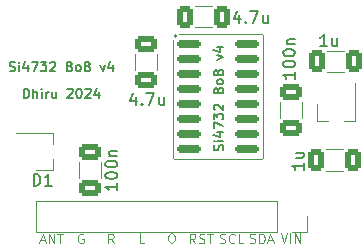
<source format=gbr>
%TF.GenerationSoftware,KiCad,Pcbnew,8.0.0~rc2-1e5b68cb87~176~ubuntu22.04.1*%
%TF.CreationDate,2024-02-07T10:24:23+05:30*%
%TF.ProjectId,BoB,426f422e-6b69-4636-9164-5f7063625858,rev?*%
%TF.SameCoordinates,Original*%
%TF.FileFunction,Legend,Top*%
%TF.FilePolarity,Positive*%
%FSLAX46Y46*%
G04 Gerber Fmt 4.6, Leading zero omitted, Abs format (unit mm)*
G04 Created by KiCad (PCBNEW 8.0.0~rc2-1e5b68cb87~176~ubuntu22.04.1) date 2024-02-07 10:24:23*
%MOMM*%
%LPD*%
G01*
G04 APERTURE LIST*
G04 Aperture macros list*
%AMRoundRect*
0 Rectangle with rounded corners*
0 $1 Rounding radius*
0 $2 $3 $4 $5 $6 $7 $8 $9 X,Y pos of 4 corners*
0 Add a 4 corners polygon primitive as box body*
4,1,4,$2,$3,$4,$5,$6,$7,$8,$9,$2,$3,0*
0 Add four circle primitives for the rounded corners*
1,1,$1+$1,$2,$3*
1,1,$1+$1,$4,$5*
1,1,$1+$1,$6,$7*
1,1,$1+$1,$8,$9*
0 Add four rect primitives between the rounded corners*
20,1,$1+$1,$2,$3,$4,$5,0*
20,1,$1+$1,$4,$5,$6,$7,0*
20,1,$1+$1,$6,$7,$8,$9,0*
20,1,$1+$1,$8,$9,$2,$3,0*%
G04 Aperture macros list end*
%ADD10C,0.120000*%
%ADD11C,0.152400*%
%ADD12C,0.150000*%
%ADD13C,0.200000*%
%ADD14RoundRect,0.250000X-0.650000X0.412500X-0.650000X-0.412500X0.650000X-0.412500X0.650000X0.412500X0*%
%ADD15RoundRect,0.250000X0.412500X0.650000X-0.412500X0.650000X-0.412500X-0.650000X0.412500X-0.650000X0*%
%ADD16C,0.700000*%
%ADD17C,4.400000*%
%ADD18RoundRect,0.250000X0.650000X-0.412500X0.650000X0.412500X-0.650000X0.412500X-0.650000X-0.412500X0*%
%ADD19RoundRect,0.250000X-0.412500X-0.650000X0.412500X-0.650000X0.412500X0.650000X-0.412500X0.650000X0*%
%ADD20R,0.800000X1.900000*%
%ADD21R,1.700000X1.700000*%
%ADD22O,1.700000X1.700000*%
%ADD23R,1.900000X0.800000*%
%ADD24RoundRect,0.150000X-0.825000X-0.150000X0.825000X-0.150000X0.825000X0.150000X-0.825000X0.150000X0*%
G04 APERTURE END LIST*
D10*
X77548571Y-78235760D02*
X77662857Y-78273855D01*
X77662857Y-78273855D02*
X77853333Y-78273855D01*
X77853333Y-78273855D02*
X77929524Y-78235760D01*
X77929524Y-78235760D02*
X77967619Y-78197664D01*
X77967619Y-78197664D02*
X78005714Y-78121474D01*
X78005714Y-78121474D02*
X78005714Y-78045283D01*
X78005714Y-78045283D02*
X77967619Y-77969093D01*
X77967619Y-77969093D02*
X77929524Y-77930998D01*
X77929524Y-77930998D02*
X77853333Y-77892902D01*
X77853333Y-77892902D02*
X77700952Y-77854807D01*
X77700952Y-77854807D02*
X77624762Y-77816712D01*
X77624762Y-77816712D02*
X77586667Y-77778617D01*
X77586667Y-77778617D02*
X77548571Y-77702426D01*
X77548571Y-77702426D02*
X77548571Y-77626236D01*
X77548571Y-77626236D02*
X77586667Y-77550045D01*
X77586667Y-77550045D02*
X77624762Y-77511950D01*
X77624762Y-77511950D02*
X77700952Y-77473855D01*
X77700952Y-77473855D02*
X77891429Y-77473855D01*
X77891429Y-77473855D02*
X78005714Y-77511950D01*
X78348572Y-78273855D02*
X78348572Y-77473855D01*
X78348572Y-77473855D02*
X78539048Y-77473855D01*
X78539048Y-77473855D02*
X78653334Y-77511950D01*
X78653334Y-77511950D02*
X78729524Y-77588140D01*
X78729524Y-77588140D02*
X78767619Y-77664331D01*
X78767619Y-77664331D02*
X78805715Y-77816712D01*
X78805715Y-77816712D02*
X78805715Y-77930998D01*
X78805715Y-77930998D02*
X78767619Y-78083379D01*
X78767619Y-78083379D02*
X78729524Y-78159569D01*
X78729524Y-78159569D02*
X78653334Y-78235760D01*
X78653334Y-78235760D02*
X78539048Y-78273855D01*
X78539048Y-78273855D02*
X78348572Y-78273855D01*
X79110476Y-78045283D02*
X79491429Y-78045283D01*
X79034286Y-78273855D02*
X79300953Y-77473855D01*
X79300953Y-77473855D02*
X79567619Y-78273855D01*
D11*
X75254075Y-70440001D02*
X75292170Y-70325715D01*
X75292170Y-70325715D02*
X75292170Y-70135239D01*
X75292170Y-70135239D02*
X75254075Y-70059048D01*
X75254075Y-70059048D02*
X75215979Y-70020953D01*
X75215979Y-70020953D02*
X75139789Y-69982858D01*
X75139789Y-69982858D02*
X75063598Y-69982858D01*
X75063598Y-69982858D02*
X74987408Y-70020953D01*
X74987408Y-70020953D02*
X74949313Y-70059048D01*
X74949313Y-70059048D02*
X74911217Y-70135239D01*
X74911217Y-70135239D02*
X74873122Y-70287620D01*
X74873122Y-70287620D02*
X74835027Y-70363810D01*
X74835027Y-70363810D02*
X74796932Y-70401905D01*
X74796932Y-70401905D02*
X74720741Y-70440001D01*
X74720741Y-70440001D02*
X74644551Y-70440001D01*
X74644551Y-70440001D02*
X74568360Y-70401905D01*
X74568360Y-70401905D02*
X74530265Y-70363810D01*
X74530265Y-70363810D02*
X74492170Y-70287620D01*
X74492170Y-70287620D02*
X74492170Y-70097143D01*
X74492170Y-70097143D02*
X74530265Y-69982858D01*
X75292170Y-69640000D02*
X74758836Y-69640000D01*
X74492170Y-69640000D02*
X74530265Y-69678096D01*
X74530265Y-69678096D02*
X74568360Y-69640000D01*
X74568360Y-69640000D02*
X74530265Y-69601905D01*
X74530265Y-69601905D02*
X74492170Y-69640000D01*
X74492170Y-69640000D02*
X74568360Y-69640000D01*
X74758836Y-68916191D02*
X75292170Y-68916191D01*
X74454075Y-69106667D02*
X75025503Y-69297144D01*
X75025503Y-69297144D02*
X75025503Y-68801905D01*
X74492170Y-68573334D02*
X74492170Y-68040000D01*
X74492170Y-68040000D02*
X75292170Y-68382858D01*
X74492170Y-67811429D02*
X74492170Y-67316191D01*
X74492170Y-67316191D02*
X74796932Y-67582857D01*
X74796932Y-67582857D02*
X74796932Y-67468572D01*
X74796932Y-67468572D02*
X74835027Y-67392381D01*
X74835027Y-67392381D02*
X74873122Y-67354286D01*
X74873122Y-67354286D02*
X74949313Y-67316191D01*
X74949313Y-67316191D02*
X75139789Y-67316191D01*
X75139789Y-67316191D02*
X75215979Y-67354286D01*
X75215979Y-67354286D02*
X75254075Y-67392381D01*
X75254075Y-67392381D02*
X75292170Y-67468572D01*
X75292170Y-67468572D02*
X75292170Y-67697143D01*
X75292170Y-67697143D02*
X75254075Y-67773334D01*
X75254075Y-67773334D02*
X75215979Y-67811429D01*
X74568360Y-67011429D02*
X74530265Y-66973333D01*
X74530265Y-66973333D02*
X74492170Y-66897143D01*
X74492170Y-66897143D02*
X74492170Y-66706667D01*
X74492170Y-66706667D02*
X74530265Y-66630476D01*
X74530265Y-66630476D02*
X74568360Y-66592381D01*
X74568360Y-66592381D02*
X74644551Y-66554286D01*
X74644551Y-66554286D02*
X74720741Y-66554286D01*
X74720741Y-66554286D02*
X74835027Y-66592381D01*
X74835027Y-66592381D02*
X75292170Y-67049524D01*
X75292170Y-67049524D02*
X75292170Y-66554286D01*
X74873122Y-65335238D02*
X74911217Y-65220952D01*
X74911217Y-65220952D02*
X74949313Y-65182857D01*
X74949313Y-65182857D02*
X75025503Y-65144761D01*
X75025503Y-65144761D02*
X75139789Y-65144761D01*
X75139789Y-65144761D02*
X75215979Y-65182857D01*
X75215979Y-65182857D02*
X75254075Y-65220952D01*
X75254075Y-65220952D02*
X75292170Y-65297142D01*
X75292170Y-65297142D02*
X75292170Y-65601904D01*
X75292170Y-65601904D02*
X74492170Y-65601904D01*
X74492170Y-65601904D02*
X74492170Y-65335238D01*
X74492170Y-65335238D02*
X74530265Y-65259047D01*
X74530265Y-65259047D02*
X74568360Y-65220952D01*
X74568360Y-65220952D02*
X74644551Y-65182857D01*
X74644551Y-65182857D02*
X74720741Y-65182857D01*
X74720741Y-65182857D02*
X74796932Y-65220952D01*
X74796932Y-65220952D02*
X74835027Y-65259047D01*
X74835027Y-65259047D02*
X74873122Y-65335238D01*
X74873122Y-65335238D02*
X74873122Y-65601904D01*
X75292170Y-64687619D02*
X75254075Y-64763809D01*
X75254075Y-64763809D02*
X75215979Y-64801904D01*
X75215979Y-64801904D02*
X75139789Y-64840000D01*
X75139789Y-64840000D02*
X74911217Y-64840000D01*
X74911217Y-64840000D02*
X74835027Y-64801904D01*
X74835027Y-64801904D02*
X74796932Y-64763809D01*
X74796932Y-64763809D02*
X74758836Y-64687619D01*
X74758836Y-64687619D02*
X74758836Y-64573333D01*
X74758836Y-64573333D02*
X74796932Y-64497142D01*
X74796932Y-64497142D02*
X74835027Y-64459047D01*
X74835027Y-64459047D02*
X74911217Y-64420952D01*
X74911217Y-64420952D02*
X75139789Y-64420952D01*
X75139789Y-64420952D02*
X75215979Y-64459047D01*
X75215979Y-64459047D02*
X75254075Y-64497142D01*
X75254075Y-64497142D02*
X75292170Y-64573333D01*
X75292170Y-64573333D02*
X75292170Y-64687619D01*
X74873122Y-63811428D02*
X74911217Y-63697142D01*
X74911217Y-63697142D02*
X74949313Y-63659047D01*
X74949313Y-63659047D02*
X75025503Y-63620951D01*
X75025503Y-63620951D02*
X75139789Y-63620951D01*
X75139789Y-63620951D02*
X75215979Y-63659047D01*
X75215979Y-63659047D02*
X75254075Y-63697142D01*
X75254075Y-63697142D02*
X75292170Y-63773332D01*
X75292170Y-63773332D02*
X75292170Y-64078094D01*
X75292170Y-64078094D02*
X74492170Y-64078094D01*
X74492170Y-64078094D02*
X74492170Y-63811428D01*
X74492170Y-63811428D02*
X74530265Y-63735237D01*
X74530265Y-63735237D02*
X74568360Y-63697142D01*
X74568360Y-63697142D02*
X74644551Y-63659047D01*
X74644551Y-63659047D02*
X74720741Y-63659047D01*
X74720741Y-63659047D02*
X74796932Y-63697142D01*
X74796932Y-63697142D02*
X74835027Y-63735237D01*
X74835027Y-63735237D02*
X74873122Y-63811428D01*
X74873122Y-63811428D02*
X74873122Y-64078094D01*
X74758836Y-62744761D02*
X75292170Y-62554285D01*
X75292170Y-62554285D02*
X74758836Y-62363808D01*
X74758836Y-61716189D02*
X75292170Y-61716189D01*
X74454075Y-61906665D02*
X75025503Y-62097142D01*
X75025503Y-62097142D02*
X75025503Y-61601903D01*
D10*
X68617619Y-78263855D02*
X68236667Y-78263855D01*
X68236667Y-78263855D02*
X68236667Y-77463855D01*
X63449523Y-77541950D02*
X63373333Y-77503855D01*
X63373333Y-77503855D02*
X63259047Y-77503855D01*
X63259047Y-77503855D02*
X63144761Y-77541950D01*
X63144761Y-77541950D02*
X63068571Y-77618140D01*
X63068571Y-77618140D02*
X63030476Y-77694331D01*
X63030476Y-77694331D02*
X62992380Y-77846712D01*
X62992380Y-77846712D02*
X62992380Y-77960998D01*
X62992380Y-77960998D02*
X63030476Y-78113379D01*
X63030476Y-78113379D02*
X63068571Y-78189569D01*
X63068571Y-78189569D02*
X63144761Y-78265760D01*
X63144761Y-78265760D02*
X63259047Y-78303855D01*
X63259047Y-78303855D02*
X63335238Y-78303855D01*
X63335238Y-78303855D02*
X63449523Y-78265760D01*
X63449523Y-78265760D02*
X63487619Y-78227664D01*
X63487619Y-78227664D02*
X63487619Y-77960998D01*
X63487619Y-77960998D02*
X63335238Y-77960998D01*
X72951905Y-78293855D02*
X72685238Y-77912902D01*
X72494762Y-78293855D02*
X72494762Y-77493855D01*
X72494762Y-77493855D02*
X72799524Y-77493855D01*
X72799524Y-77493855D02*
X72875714Y-77531950D01*
X72875714Y-77531950D02*
X72913809Y-77570045D01*
X72913809Y-77570045D02*
X72951905Y-77646236D01*
X72951905Y-77646236D02*
X72951905Y-77760521D01*
X72951905Y-77760521D02*
X72913809Y-77836712D01*
X72913809Y-77836712D02*
X72875714Y-77874807D01*
X72875714Y-77874807D02*
X72799524Y-77912902D01*
X72799524Y-77912902D02*
X72494762Y-77912902D01*
X73256666Y-78255760D02*
X73370952Y-78293855D01*
X73370952Y-78293855D02*
X73561428Y-78293855D01*
X73561428Y-78293855D02*
X73637619Y-78255760D01*
X73637619Y-78255760D02*
X73675714Y-78217664D01*
X73675714Y-78217664D02*
X73713809Y-78141474D01*
X73713809Y-78141474D02*
X73713809Y-78065283D01*
X73713809Y-78065283D02*
X73675714Y-77989093D01*
X73675714Y-77989093D02*
X73637619Y-77950998D01*
X73637619Y-77950998D02*
X73561428Y-77912902D01*
X73561428Y-77912902D02*
X73409047Y-77874807D01*
X73409047Y-77874807D02*
X73332857Y-77836712D01*
X73332857Y-77836712D02*
X73294762Y-77798617D01*
X73294762Y-77798617D02*
X73256666Y-77722426D01*
X73256666Y-77722426D02*
X73256666Y-77646236D01*
X73256666Y-77646236D02*
X73294762Y-77570045D01*
X73294762Y-77570045D02*
X73332857Y-77531950D01*
X73332857Y-77531950D02*
X73409047Y-77493855D01*
X73409047Y-77493855D02*
X73599524Y-77493855D01*
X73599524Y-77493855D02*
X73713809Y-77531950D01*
X73942381Y-77493855D02*
X74399524Y-77493855D01*
X74170952Y-78293855D02*
X74170952Y-77493855D01*
X66027619Y-78293855D02*
X65760952Y-77912902D01*
X65570476Y-78293855D02*
X65570476Y-77493855D01*
X65570476Y-77493855D02*
X65875238Y-77493855D01*
X65875238Y-77493855D02*
X65951428Y-77531950D01*
X65951428Y-77531950D02*
X65989523Y-77570045D01*
X65989523Y-77570045D02*
X66027619Y-77646236D01*
X66027619Y-77646236D02*
X66027619Y-77760521D01*
X66027619Y-77760521D02*
X65989523Y-77836712D01*
X65989523Y-77836712D02*
X65951428Y-77874807D01*
X65951428Y-77874807D02*
X65875238Y-77912902D01*
X65875238Y-77912902D02*
X65570476Y-77912902D01*
X59815714Y-78065283D02*
X60196667Y-78065283D01*
X59739524Y-78293855D02*
X60006191Y-77493855D01*
X60006191Y-77493855D02*
X60272857Y-78293855D01*
X60539524Y-78293855D02*
X60539524Y-77493855D01*
X60539524Y-77493855D02*
X60996667Y-78293855D01*
X60996667Y-78293855D02*
X60996667Y-77493855D01*
X61263333Y-77493855D02*
X61720476Y-77493855D01*
X61491904Y-78293855D02*
X61491904Y-77493855D01*
X70843810Y-77463855D02*
X70996191Y-77463855D01*
X70996191Y-77463855D02*
X71072381Y-77501950D01*
X71072381Y-77501950D02*
X71148572Y-77578140D01*
X71148572Y-77578140D02*
X71186667Y-77730521D01*
X71186667Y-77730521D02*
X71186667Y-77997188D01*
X71186667Y-77997188D02*
X71148572Y-78149569D01*
X71148572Y-78149569D02*
X71072381Y-78225760D01*
X71072381Y-78225760D02*
X70996191Y-78263855D01*
X70996191Y-78263855D02*
X70843810Y-78263855D01*
X70843810Y-78263855D02*
X70767619Y-78225760D01*
X70767619Y-78225760D02*
X70691429Y-78149569D01*
X70691429Y-78149569D02*
X70653333Y-77997188D01*
X70653333Y-77997188D02*
X70653333Y-77730521D01*
X70653333Y-77730521D02*
X70691429Y-77578140D01*
X70691429Y-77578140D02*
X70767619Y-77501950D01*
X70767619Y-77501950D02*
X70843810Y-77463855D01*
X75007618Y-78255760D02*
X75121904Y-78293855D01*
X75121904Y-78293855D02*
X75312380Y-78293855D01*
X75312380Y-78293855D02*
X75388571Y-78255760D01*
X75388571Y-78255760D02*
X75426666Y-78217664D01*
X75426666Y-78217664D02*
X75464761Y-78141474D01*
X75464761Y-78141474D02*
X75464761Y-78065283D01*
X75464761Y-78065283D02*
X75426666Y-77989093D01*
X75426666Y-77989093D02*
X75388571Y-77950998D01*
X75388571Y-77950998D02*
X75312380Y-77912902D01*
X75312380Y-77912902D02*
X75159999Y-77874807D01*
X75159999Y-77874807D02*
X75083809Y-77836712D01*
X75083809Y-77836712D02*
X75045714Y-77798617D01*
X75045714Y-77798617D02*
X75007618Y-77722426D01*
X75007618Y-77722426D02*
X75007618Y-77646236D01*
X75007618Y-77646236D02*
X75045714Y-77570045D01*
X75045714Y-77570045D02*
X75083809Y-77531950D01*
X75083809Y-77531950D02*
X75159999Y-77493855D01*
X75159999Y-77493855D02*
X75350476Y-77493855D01*
X75350476Y-77493855D02*
X75464761Y-77531950D01*
X76264762Y-78217664D02*
X76226666Y-78255760D01*
X76226666Y-78255760D02*
X76112381Y-78293855D01*
X76112381Y-78293855D02*
X76036190Y-78293855D01*
X76036190Y-78293855D02*
X75921904Y-78255760D01*
X75921904Y-78255760D02*
X75845714Y-78179569D01*
X75845714Y-78179569D02*
X75807619Y-78103379D01*
X75807619Y-78103379D02*
X75769523Y-77950998D01*
X75769523Y-77950998D02*
X75769523Y-77836712D01*
X75769523Y-77836712D02*
X75807619Y-77684331D01*
X75807619Y-77684331D02*
X75845714Y-77608140D01*
X75845714Y-77608140D02*
X75921904Y-77531950D01*
X75921904Y-77531950D02*
X76036190Y-77493855D01*
X76036190Y-77493855D02*
X76112381Y-77493855D01*
X76112381Y-77493855D02*
X76226666Y-77531950D01*
X76226666Y-77531950D02*
X76264762Y-77570045D01*
X76988571Y-78293855D02*
X76607619Y-78293855D01*
X76607619Y-78293855D02*
X76607619Y-77493855D01*
D11*
X57209998Y-63684075D02*
X57324284Y-63722170D01*
X57324284Y-63722170D02*
X57514760Y-63722170D01*
X57514760Y-63722170D02*
X57590951Y-63684075D01*
X57590951Y-63684075D02*
X57629046Y-63645979D01*
X57629046Y-63645979D02*
X57667141Y-63569789D01*
X57667141Y-63569789D02*
X57667141Y-63493598D01*
X57667141Y-63493598D02*
X57629046Y-63417408D01*
X57629046Y-63417408D02*
X57590951Y-63379313D01*
X57590951Y-63379313D02*
X57514760Y-63341217D01*
X57514760Y-63341217D02*
X57362379Y-63303122D01*
X57362379Y-63303122D02*
X57286189Y-63265027D01*
X57286189Y-63265027D02*
X57248094Y-63226932D01*
X57248094Y-63226932D02*
X57209998Y-63150741D01*
X57209998Y-63150741D02*
X57209998Y-63074551D01*
X57209998Y-63074551D02*
X57248094Y-62998360D01*
X57248094Y-62998360D02*
X57286189Y-62960265D01*
X57286189Y-62960265D02*
X57362379Y-62922170D01*
X57362379Y-62922170D02*
X57552856Y-62922170D01*
X57552856Y-62922170D02*
X57667141Y-62960265D01*
X58009999Y-63722170D02*
X58009999Y-63188836D01*
X58009999Y-62922170D02*
X57971903Y-62960265D01*
X57971903Y-62960265D02*
X58009999Y-62998360D01*
X58009999Y-62998360D02*
X58048094Y-62960265D01*
X58048094Y-62960265D02*
X58009999Y-62922170D01*
X58009999Y-62922170D02*
X58009999Y-62998360D01*
X58733808Y-63188836D02*
X58733808Y-63722170D01*
X58543332Y-62884075D02*
X58352855Y-63455503D01*
X58352855Y-63455503D02*
X58848094Y-63455503D01*
X59076665Y-62922170D02*
X59609999Y-62922170D01*
X59609999Y-62922170D02*
X59267141Y-63722170D01*
X59838570Y-62922170D02*
X60333808Y-62922170D01*
X60333808Y-62922170D02*
X60067142Y-63226932D01*
X60067142Y-63226932D02*
X60181427Y-63226932D01*
X60181427Y-63226932D02*
X60257618Y-63265027D01*
X60257618Y-63265027D02*
X60295713Y-63303122D01*
X60295713Y-63303122D02*
X60333808Y-63379313D01*
X60333808Y-63379313D02*
X60333808Y-63569789D01*
X60333808Y-63569789D02*
X60295713Y-63645979D01*
X60295713Y-63645979D02*
X60257618Y-63684075D01*
X60257618Y-63684075D02*
X60181427Y-63722170D01*
X60181427Y-63722170D02*
X59952856Y-63722170D01*
X59952856Y-63722170D02*
X59876665Y-63684075D01*
X59876665Y-63684075D02*
X59838570Y-63645979D01*
X60638570Y-62998360D02*
X60676666Y-62960265D01*
X60676666Y-62960265D02*
X60752856Y-62922170D01*
X60752856Y-62922170D02*
X60943332Y-62922170D01*
X60943332Y-62922170D02*
X61019523Y-62960265D01*
X61019523Y-62960265D02*
X61057618Y-62998360D01*
X61057618Y-62998360D02*
X61095713Y-63074551D01*
X61095713Y-63074551D02*
X61095713Y-63150741D01*
X61095713Y-63150741D02*
X61057618Y-63265027D01*
X61057618Y-63265027D02*
X60600475Y-63722170D01*
X60600475Y-63722170D02*
X61095713Y-63722170D01*
X62314761Y-63303122D02*
X62429047Y-63341217D01*
X62429047Y-63341217D02*
X62467142Y-63379313D01*
X62467142Y-63379313D02*
X62505238Y-63455503D01*
X62505238Y-63455503D02*
X62505238Y-63569789D01*
X62505238Y-63569789D02*
X62467142Y-63645979D01*
X62467142Y-63645979D02*
X62429047Y-63684075D01*
X62429047Y-63684075D02*
X62352857Y-63722170D01*
X62352857Y-63722170D02*
X62048095Y-63722170D01*
X62048095Y-63722170D02*
X62048095Y-62922170D01*
X62048095Y-62922170D02*
X62314761Y-62922170D01*
X62314761Y-62922170D02*
X62390952Y-62960265D01*
X62390952Y-62960265D02*
X62429047Y-62998360D01*
X62429047Y-62998360D02*
X62467142Y-63074551D01*
X62467142Y-63074551D02*
X62467142Y-63150741D01*
X62467142Y-63150741D02*
X62429047Y-63226932D01*
X62429047Y-63226932D02*
X62390952Y-63265027D01*
X62390952Y-63265027D02*
X62314761Y-63303122D01*
X62314761Y-63303122D02*
X62048095Y-63303122D01*
X62962380Y-63722170D02*
X62886190Y-63684075D01*
X62886190Y-63684075D02*
X62848095Y-63645979D01*
X62848095Y-63645979D02*
X62809999Y-63569789D01*
X62809999Y-63569789D02*
X62809999Y-63341217D01*
X62809999Y-63341217D02*
X62848095Y-63265027D01*
X62848095Y-63265027D02*
X62886190Y-63226932D01*
X62886190Y-63226932D02*
X62962380Y-63188836D01*
X62962380Y-63188836D02*
X63076666Y-63188836D01*
X63076666Y-63188836D02*
X63152857Y-63226932D01*
X63152857Y-63226932D02*
X63190952Y-63265027D01*
X63190952Y-63265027D02*
X63229047Y-63341217D01*
X63229047Y-63341217D02*
X63229047Y-63569789D01*
X63229047Y-63569789D02*
X63190952Y-63645979D01*
X63190952Y-63645979D02*
X63152857Y-63684075D01*
X63152857Y-63684075D02*
X63076666Y-63722170D01*
X63076666Y-63722170D02*
X62962380Y-63722170D01*
X63838571Y-63303122D02*
X63952857Y-63341217D01*
X63952857Y-63341217D02*
X63990952Y-63379313D01*
X63990952Y-63379313D02*
X64029048Y-63455503D01*
X64029048Y-63455503D02*
X64029048Y-63569789D01*
X64029048Y-63569789D02*
X63990952Y-63645979D01*
X63990952Y-63645979D02*
X63952857Y-63684075D01*
X63952857Y-63684075D02*
X63876667Y-63722170D01*
X63876667Y-63722170D02*
X63571905Y-63722170D01*
X63571905Y-63722170D02*
X63571905Y-62922170D01*
X63571905Y-62922170D02*
X63838571Y-62922170D01*
X63838571Y-62922170D02*
X63914762Y-62960265D01*
X63914762Y-62960265D02*
X63952857Y-62998360D01*
X63952857Y-62998360D02*
X63990952Y-63074551D01*
X63990952Y-63074551D02*
X63990952Y-63150741D01*
X63990952Y-63150741D02*
X63952857Y-63226932D01*
X63952857Y-63226932D02*
X63914762Y-63265027D01*
X63914762Y-63265027D02*
X63838571Y-63303122D01*
X63838571Y-63303122D02*
X63571905Y-63303122D01*
X64905238Y-63188836D02*
X65095714Y-63722170D01*
X65095714Y-63722170D02*
X65286191Y-63188836D01*
X65933810Y-63188836D02*
X65933810Y-63722170D01*
X65743334Y-62884075D02*
X65552857Y-63455503D01*
X65552857Y-63455503D02*
X66048096Y-63455503D01*
X58409999Y-66002170D02*
X58409999Y-65202170D01*
X58409999Y-65202170D02*
X58600475Y-65202170D01*
X58600475Y-65202170D02*
X58714761Y-65240265D01*
X58714761Y-65240265D02*
X58790951Y-65316455D01*
X58790951Y-65316455D02*
X58829046Y-65392646D01*
X58829046Y-65392646D02*
X58867142Y-65545027D01*
X58867142Y-65545027D02*
X58867142Y-65659313D01*
X58867142Y-65659313D02*
X58829046Y-65811694D01*
X58829046Y-65811694D02*
X58790951Y-65887884D01*
X58790951Y-65887884D02*
X58714761Y-65964075D01*
X58714761Y-65964075D02*
X58600475Y-66002170D01*
X58600475Y-66002170D02*
X58409999Y-66002170D01*
X59209999Y-66002170D02*
X59209999Y-65202170D01*
X59552856Y-66002170D02*
X59552856Y-65583122D01*
X59552856Y-65583122D02*
X59514761Y-65506932D01*
X59514761Y-65506932D02*
X59438570Y-65468836D01*
X59438570Y-65468836D02*
X59324284Y-65468836D01*
X59324284Y-65468836D02*
X59248094Y-65506932D01*
X59248094Y-65506932D02*
X59209999Y-65545027D01*
X59933809Y-66002170D02*
X59933809Y-65468836D01*
X59933809Y-65202170D02*
X59895713Y-65240265D01*
X59895713Y-65240265D02*
X59933809Y-65278360D01*
X59933809Y-65278360D02*
X59971904Y-65240265D01*
X59971904Y-65240265D02*
X59933809Y-65202170D01*
X59933809Y-65202170D02*
X59933809Y-65278360D01*
X60314761Y-66002170D02*
X60314761Y-65468836D01*
X60314761Y-65621217D02*
X60352856Y-65545027D01*
X60352856Y-65545027D02*
X60390951Y-65506932D01*
X60390951Y-65506932D02*
X60467142Y-65468836D01*
X60467142Y-65468836D02*
X60543332Y-65468836D01*
X61152856Y-65468836D02*
X61152856Y-66002170D01*
X60809999Y-65468836D02*
X60809999Y-65887884D01*
X60809999Y-65887884D02*
X60848094Y-65964075D01*
X60848094Y-65964075D02*
X60924284Y-66002170D01*
X60924284Y-66002170D02*
X61038570Y-66002170D01*
X61038570Y-66002170D02*
X61114761Y-65964075D01*
X61114761Y-65964075D02*
X61152856Y-65925979D01*
X62105237Y-65278360D02*
X62143333Y-65240265D01*
X62143333Y-65240265D02*
X62219523Y-65202170D01*
X62219523Y-65202170D02*
X62409999Y-65202170D01*
X62409999Y-65202170D02*
X62486190Y-65240265D01*
X62486190Y-65240265D02*
X62524285Y-65278360D01*
X62524285Y-65278360D02*
X62562380Y-65354551D01*
X62562380Y-65354551D02*
X62562380Y-65430741D01*
X62562380Y-65430741D02*
X62524285Y-65545027D01*
X62524285Y-65545027D02*
X62067142Y-66002170D01*
X62067142Y-66002170D02*
X62562380Y-66002170D01*
X63057619Y-65202170D02*
X63133809Y-65202170D01*
X63133809Y-65202170D02*
X63210000Y-65240265D01*
X63210000Y-65240265D02*
X63248095Y-65278360D01*
X63248095Y-65278360D02*
X63286190Y-65354551D01*
X63286190Y-65354551D02*
X63324285Y-65506932D01*
X63324285Y-65506932D02*
X63324285Y-65697408D01*
X63324285Y-65697408D02*
X63286190Y-65849789D01*
X63286190Y-65849789D02*
X63248095Y-65925979D01*
X63248095Y-65925979D02*
X63210000Y-65964075D01*
X63210000Y-65964075D02*
X63133809Y-66002170D01*
X63133809Y-66002170D02*
X63057619Y-66002170D01*
X63057619Y-66002170D02*
X62981428Y-65964075D01*
X62981428Y-65964075D02*
X62943333Y-65925979D01*
X62943333Y-65925979D02*
X62905238Y-65849789D01*
X62905238Y-65849789D02*
X62867142Y-65697408D01*
X62867142Y-65697408D02*
X62867142Y-65506932D01*
X62867142Y-65506932D02*
X62905238Y-65354551D01*
X62905238Y-65354551D02*
X62943333Y-65278360D01*
X62943333Y-65278360D02*
X62981428Y-65240265D01*
X62981428Y-65240265D02*
X63057619Y-65202170D01*
X63629047Y-65278360D02*
X63667143Y-65240265D01*
X63667143Y-65240265D02*
X63743333Y-65202170D01*
X63743333Y-65202170D02*
X63933809Y-65202170D01*
X63933809Y-65202170D02*
X64010000Y-65240265D01*
X64010000Y-65240265D02*
X64048095Y-65278360D01*
X64048095Y-65278360D02*
X64086190Y-65354551D01*
X64086190Y-65354551D02*
X64086190Y-65430741D01*
X64086190Y-65430741D02*
X64048095Y-65545027D01*
X64048095Y-65545027D02*
X63590952Y-66002170D01*
X63590952Y-66002170D02*
X64086190Y-66002170D01*
X64771905Y-65468836D02*
X64771905Y-66002170D01*
X64581429Y-65164075D02*
X64390952Y-65735503D01*
X64390952Y-65735503D02*
X64886191Y-65735503D01*
D10*
X80163810Y-77463855D02*
X80430477Y-78263855D01*
X80430477Y-78263855D02*
X80697143Y-77463855D01*
X80963810Y-78263855D02*
X80963810Y-77463855D01*
X81344762Y-78263855D02*
X81344762Y-77463855D01*
X81344762Y-77463855D02*
X81801905Y-78263855D01*
X81801905Y-78263855D02*
X81801905Y-77463855D01*
D12*
X81364819Y-63789047D02*
X81364819Y-64360475D01*
X81364819Y-64074761D02*
X80364819Y-64074761D01*
X80364819Y-64074761D02*
X80507676Y-64169999D01*
X80507676Y-64169999D02*
X80602914Y-64265237D01*
X80602914Y-64265237D02*
X80650533Y-64360475D01*
X80364819Y-63169999D02*
X80364819Y-63074761D01*
X80364819Y-63074761D02*
X80412438Y-62979523D01*
X80412438Y-62979523D02*
X80460057Y-62931904D01*
X80460057Y-62931904D02*
X80555295Y-62884285D01*
X80555295Y-62884285D02*
X80745771Y-62836666D01*
X80745771Y-62836666D02*
X80983866Y-62836666D01*
X80983866Y-62836666D02*
X81174342Y-62884285D01*
X81174342Y-62884285D02*
X81269580Y-62931904D01*
X81269580Y-62931904D02*
X81317200Y-62979523D01*
X81317200Y-62979523D02*
X81364819Y-63074761D01*
X81364819Y-63074761D02*
X81364819Y-63169999D01*
X81364819Y-63169999D02*
X81317200Y-63265237D01*
X81317200Y-63265237D02*
X81269580Y-63312856D01*
X81269580Y-63312856D02*
X81174342Y-63360475D01*
X81174342Y-63360475D02*
X80983866Y-63408094D01*
X80983866Y-63408094D02*
X80745771Y-63408094D01*
X80745771Y-63408094D02*
X80555295Y-63360475D01*
X80555295Y-63360475D02*
X80460057Y-63312856D01*
X80460057Y-63312856D02*
X80412438Y-63265237D01*
X80412438Y-63265237D02*
X80364819Y-63169999D01*
X80364819Y-62217618D02*
X80364819Y-62122380D01*
X80364819Y-62122380D02*
X80412438Y-62027142D01*
X80412438Y-62027142D02*
X80460057Y-61979523D01*
X80460057Y-61979523D02*
X80555295Y-61931904D01*
X80555295Y-61931904D02*
X80745771Y-61884285D01*
X80745771Y-61884285D02*
X80983866Y-61884285D01*
X80983866Y-61884285D02*
X81174342Y-61931904D01*
X81174342Y-61931904D02*
X81269580Y-61979523D01*
X81269580Y-61979523D02*
X81317200Y-62027142D01*
X81317200Y-62027142D02*
X81364819Y-62122380D01*
X81364819Y-62122380D02*
X81364819Y-62217618D01*
X81364819Y-62217618D02*
X81317200Y-62312856D01*
X81317200Y-62312856D02*
X81269580Y-62360475D01*
X81269580Y-62360475D02*
X81174342Y-62408094D01*
X81174342Y-62408094D02*
X80983866Y-62455713D01*
X80983866Y-62455713D02*
X80745771Y-62455713D01*
X80745771Y-62455713D02*
X80555295Y-62408094D01*
X80555295Y-62408094D02*
X80460057Y-62360475D01*
X80460057Y-62360475D02*
X80412438Y-62312856D01*
X80412438Y-62312856D02*
X80364819Y-62217618D01*
X80698152Y-61455713D02*
X81364819Y-61455713D01*
X80793390Y-61455713D02*
X80745771Y-61408094D01*
X80745771Y-61408094D02*
X80698152Y-61312856D01*
X80698152Y-61312856D02*
X80698152Y-61169999D01*
X80698152Y-61169999D02*
X80745771Y-61074761D01*
X80745771Y-61074761D02*
X80841009Y-61027142D01*
X80841009Y-61027142D02*
X81364819Y-61027142D01*
X76673809Y-58978152D02*
X76673809Y-59644819D01*
X76435714Y-58597200D02*
X76197619Y-59311485D01*
X76197619Y-59311485D02*
X76816666Y-59311485D01*
X77197619Y-59549580D02*
X77245238Y-59597200D01*
X77245238Y-59597200D02*
X77197619Y-59644819D01*
X77197619Y-59644819D02*
X77150000Y-59597200D01*
X77150000Y-59597200D02*
X77197619Y-59549580D01*
X77197619Y-59549580D02*
X77197619Y-59644819D01*
X77578571Y-58644819D02*
X78245237Y-58644819D01*
X78245237Y-58644819D02*
X77816666Y-59644819D01*
X79054761Y-58978152D02*
X79054761Y-59644819D01*
X78626190Y-58978152D02*
X78626190Y-59501961D01*
X78626190Y-59501961D02*
X78673809Y-59597200D01*
X78673809Y-59597200D02*
X78769047Y-59644819D01*
X78769047Y-59644819D02*
X78911904Y-59644819D01*
X78911904Y-59644819D02*
X79007142Y-59597200D01*
X79007142Y-59597200D02*
X79054761Y-59549580D01*
X66312819Y-73216547D02*
X66312819Y-73787975D01*
X66312819Y-73502261D02*
X65312819Y-73502261D01*
X65312819Y-73502261D02*
X65455676Y-73597499D01*
X65455676Y-73597499D02*
X65550914Y-73692737D01*
X65550914Y-73692737D02*
X65598533Y-73787975D01*
X65312819Y-72597499D02*
X65312819Y-72502261D01*
X65312819Y-72502261D02*
X65360438Y-72407023D01*
X65360438Y-72407023D02*
X65408057Y-72359404D01*
X65408057Y-72359404D02*
X65503295Y-72311785D01*
X65503295Y-72311785D02*
X65693771Y-72264166D01*
X65693771Y-72264166D02*
X65931866Y-72264166D01*
X65931866Y-72264166D02*
X66122342Y-72311785D01*
X66122342Y-72311785D02*
X66217580Y-72359404D01*
X66217580Y-72359404D02*
X66265200Y-72407023D01*
X66265200Y-72407023D02*
X66312819Y-72502261D01*
X66312819Y-72502261D02*
X66312819Y-72597499D01*
X66312819Y-72597499D02*
X66265200Y-72692737D01*
X66265200Y-72692737D02*
X66217580Y-72740356D01*
X66217580Y-72740356D02*
X66122342Y-72787975D01*
X66122342Y-72787975D02*
X65931866Y-72835594D01*
X65931866Y-72835594D02*
X65693771Y-72835594D01*
X65693771Y-72835594D02*
X65503295Y-72787975D01*
X65503295Y-72787975D02*
X65408057Y-72740356D01*
X65408057Y-72740356D02*
X65360438Y-72692737D01*
X65360438Y-72692737D02*
X65312819Y-72597499D01*
X65312819Y-71645118D02*
X65312819Y-71549880D01*
X65312819Y-71549880D02*
X65360438Y-71454642D01*
X65360438Y-71454642D02*
X65408057Y-71407023D01*
X65408057Y-71407023D02*
X65503295Y-71359404D01*
X65503295Y-71359404D02*
X65693771Y-71311785D01*
X65693771Y-71311785D02*
X65931866Y-71311785D01*
X65931866Y-71311785D02*
X66122342Y-71359404D01*
X66122342Y-71359404D02*
X66217580Y-71407023D01*
X66217580Y-71407023D02*
X66265200Y-71454642D01*
X66265200Y-71454642D02*
X66312819Y-71549880D01*
X66312819Y-71549880D02*
X66312819Y-71645118D01*
X66312819Y-71645118D02*
X66265200Y-71740356D01*
X66265200Y-71740356D02*
X66217580Y-71787975D01*
X66217580Y-71787975D02*
X66122342Y-71835594D01*
X66122342Y-71835594D02*
X65931866Y-71883213D01*
X65931866Y-71883213D02*
X65693771Y-71883213D01*
X65693771Y-71883213D02*
X65503295Y-71835594D01*
X65503295Y-71835594D02*
X65408057Y-71787975D01*
X65408057Y-71787975D02*
X65360438Y-71740356D01*
X65360438Y-71740356D02*
X65312819Y-71645118D01*
X65646152Y-70883213D02*
X66312819Y-70883213D01*
X65741390Y-70883213D02*
X65693771Y-70835594D01*
X65693771Y-70835594D02*
X65646152Y-70740356D01*
X65646152Y-70740356D02*
X65646152Y-70597499D01*
X65646152Y-70597499D02*
X65693771Y-70502261D01*
X65693771Y-70502261D02*
X65789009Y-70454642D01*
X65789009Y-70454642D02*
X66312819Y-70454642D01*
X84093333Y-61618819D02*
X83521905Y-61618819D01*
X83807619Y-61618819D02*
X83807619Y-60618819D01*
X83807619Y-60618819D02*
X83712381Y-60761676D01*
X83712381Y-60761676D02*
X83617143Y-60856914D01*
X83617143Y-60856914D02*
X83521905Y-60904533D01*
X84950476Y-60952152D02*
X84950476Y-61618819D01*
X84521905Y-60952152D02*
X84521905Y-61475961D01*
X84521905Y-61475961D02*
X84569524Y-61571200D01*
X84569524Y-61571200D02*
X84664762Y-61618819D01*
X84664762Y-61618819D02*
X84807619Y-61618819D01*
X84807619Y-61618819D02*
X84902857Y-61571200D01*
X84902857Y-61571200D02*
X84950476Y-61523580D01*
X59236905Y-73429819D02*
X59236905Y-72429819D01*
X59236905Y-72429819D02*
X59475000Y-72429819D01*
X59475000Y-72429819D02*
X59617857Y-72477438D01*
X59617857Y-72477438D02*
X59713095Y-72572676D01*
X59713095Y-72572676D02*
X59760714Y-72667914D01*
X59760714Y-72667914D02*
X59808333Y-72858390D01*
X59808333Y-72858390D02*
X59808333Y-73001247D01*
X59808333Y-73001247D02*
X59760714Y-73191723D01*
X59760714Y-73191723D02*
X59713095Y-73286961D01*
X59713095Y-73286961D02*
X59617857Y-73382200D01*
X59617857Y-73382200D02*
X59475000Y-73429819D01*
X59475000Y-73429819D02*
X59236905Y-73429819D01*
X60760714Y-73429819D02*
X60189286Y-73429819D01*
X60475000Y-73429819D02*
X60475000Y-72429819D01*
X60475000Y-72429819D02*
X60379762Y-72572676D01*
X60379762Y-72572676D02*
X60284524Y-72667914D01*
X60284524Y-72667914D02*
X60189286Y-72715533D01*
X82128819Y-71490666D02*
X82128819Y-72062094D01*
X82128819Y-71776380D02*
X81128819Y-71776380D01*
X81128819Y-71776380D02*
X81271676Y-71871618D01*
X81271676Y-71871618D02*
X81366914Y-71966856D01*
X81366914Y-71966856D02*
X81414533Y-72062094D01*
X81462152Y-70633523D02*
X82128819Y-70633523D01*
X81462152Y-71062094D02*
X81985961Y-71062094D01*
X81985961Y-71062094D02*
X82081200Y-71014475D01*
X82081200Y-71014475D02*
X82128819Y-70919237D01*
X82128819Y-70919237D02*
X82128819Y-70776380D01*
X82128819Y-70776380D02*
X82081200Y-70681142D01*
X82081200Y-70681142D02*
X82033580Y-70633523D01*
X67893809Y-65918152D02*
X67893809Y-66584819D01*
X67655714Y-65537200D02*
X67417619Y-66251485D01*
X67417619Y-66251485D02*
X68036666Y-66251485D01*
X68417619Y-66489580D02*
X68465238Y-66537200D01*
X68465238Y-66537200D02*
X68417619Y-66584819D01*
X68417619Y-66584819D02*
X68370000Y-66537200D01*
X68370000Y-66537200D02*
X68417619Y-66489580D01*
X68417619Y-66489580D02*
X68417619Y-66584819D01*
X68798571Y-65584819D02*
X69465237Y-65584819D01*
X69465237Y-65584819D02*
X69036666Y-66584819D01*
X70274761Y-65918152D02*
X70274761Y-66584819D01*
X69846190Y-65918152D02*
X69846190Y-66441961D01*
X69846190Y-66441961D02*
X69893809Y-66537200D01*
X69893809Y-66537200D02*
X69989047Y-66584819D01*
X69989047Y-66584819D02*
X70131904Y-66584819D01*
X70131904Y-66584819D02*
X70227142Y-66537200D01*
X70227142Y-66537200D02*
X70274761Y-66489580D01*
D10*
%TO.C,C3*%
X80116000Y-66308748D02*
X80116000Y-67731252D01*
X81936000Y-66308748D02*
X81936000Y-67731252D01*
%TO.C,C1*%
X74341252Y-58210000D02*
X72918748Y-58210000D01*
X74341252Y-60030000D02*
X72918748Y-60030000D01*
%TO.C,C13*%
X63098000Y-72808752D02*
X63098000Y-71386248D01*
X64918000Y-72808752D02*
X64918000Y-71386248D01*
%TO.C,C4*%
X84086248Y-61990000D02*
X85508752Y-61990000D01*
X84086248Y-63810000D02*
X85508752Y-63810000D01*
%TO.C,U2*%
X83256000Y-67930000D02*
X83256000Y-66470000D01*
X83256000Y-67930000D02*
X84186000Y-67930000D01*
X86416000Y-67930000D02*
X85486000Y-67930000D01*
X86416000Y-67930000D02*
X86416000Y-64770000D01*
%TO.C,JP1*%
X59440000Y-74680000D02*
X59440000Y-77340000D01*
X79820000Y-74680000D02*
X59440000Y-74680000D01*
X79820000Y-74680000D02*
X79820000Y-77340000D01*
X79820000Y-77340000D02*
X59440000Y-77340000D01*
X82420000Y-76010000D02*
X82420000Y-77340000D01*
X82420000Y-77340000D02*
X81090000Y-77340000D01*
%TO.C,D1*%
X60872500Y-68950000D02*
X57712500Y-68950000D01*
X60872500Y-68950000D02*
X60872500Y-69880000D01*
X60872500Y-72110000D02*
X59412500Y-72110000D01*
X60872500Y-72110000D02*
X60872500Y-71180000D01*
%TO.C,C5*%
X84038748Y-70340000D02*
X85461252Y-70340000D01*
X84038748Y-72160000D02*
X85461252Y-72160000D01*
%TO.C,C2*%
X67850000Y-63663752D02*
X67850000Y-62241248D01*
X69670000Y-63663752D02*
X69670000Y-62241248D01*
%TO.C,U1*%
X71065700Y-61055000D02*
X71065700Y-71062000D01*
X71119200Y-71155000D02*
X78612200Y-71155000D01*
X78612200Y-60555000D02*
X71565700Y-60555000D01*
X78665700Y-71062000D02*
X78665700Y-60648000D01*
D13*
X71329200Y-60755000D02*
G75*
G02*
X71202200Y-60755000I-63500J0D01*
G01*
X71202200Y-60755000D02*
G75*
G02*
X71329200Y-60755000I63500J0D01*
G01*
%TD*%
%LPC*%
D14*
%TO.C,C3*%
X81026000Y-65457500D03*
X81026000Y-68582500D03*
%TD*%
D15*
%TO.C,C1*%
X75192500Y-59120000D03*
X72067500Y-59120000D03*
%TD*%
D16*
%TO.C,H2*%
X86531100Y-75898600D03*
X86047826Y-77065326D03*
X86047826Y-74731874D03*
X84881100Y-77548600D03*
D17*
X84881100Y-75898600D03*
D16*
X84881100Y-74248600D03*
X83714374Y-77065326D03*
X83714374Y-74731874D03*
X83231100Y-75898600D03*
%TD*%
D18*
%TO.C,C13*%
X64008000Y-73660000D03*
X64008000Y-70535000D03*
%TD*%
D16*
%TO.C,H1*%
X61160000Y-59380000D03*
X60676726Y-60546726D03*
X60676726Y-58213274D03*
X59510000Y-61030000D03*
D17*
X59510000Y-59380000D03*
D16*
X59510000Y-57730000D03*
X58343274Y-60546726D03*
X58343274Y-58213274D03*
X57860000Y-59380000D03*
%TD*%
D19*
%TO.C,C4*%
X83235000Y-62900000D03*
X86360000Y-62900000D03*
%TD*%
D20*
%TO.C,U2*%
X85786000Y-65670000D03*
X83886000Y-65670000D03*
X84836000Y-68670000D03*
%TD*%
D21*
%TO.C,JP1*%
X81090000Y-76010000D03*
D22*
X78550000Y-76010000D03*
X76010000Y-76010000D03*
X73470000Y-76010000D03*
X70930000Y-76010000D03*
X68390000Y-76010000D03*
X65850000Y-76010000D03*
X63310000Y-76010000D03*
X60770000Y-76010000D03*
%TD*%
D23*
%TO.C,D1*%
X58612500Y-69580000D03*
X58612500Y-71480000D03*
X61612500Y-70530000D03*
%TD*%
D19*
%TO.C,C5*%
X83187500Y-71250000D03*
X86312500Y-71250000D03*
%TD*%
D18*
%TO.C,C2*%
X68760000Y-64515000D03*
X68760000Y-61390000D03*
%TD*%
D24*
%TO.C,U1*%
X72390700Y-61410000D03*
X72390700Y-62680000D03*
X72390700Y-63950000D03*
X72390700Y-65220000D03*
X72390700Y-66490000D03*
X72390700Y-67760000D03*
X72390700Y-69030000D03*
X72390700Y-70300000D03*
X77340700Y-70300000D03*
X77340700Y-69030000D03*
X77340700Y-67760000D03*
X77340700Y-66490000D03*
X77340700Y-65220000D03*
X77340700Y-63950000D03*
X77340700Y-62680000D03*
X77340700Y-61410000D03*
%TD*%
%LPD*%
M02*

</source>
